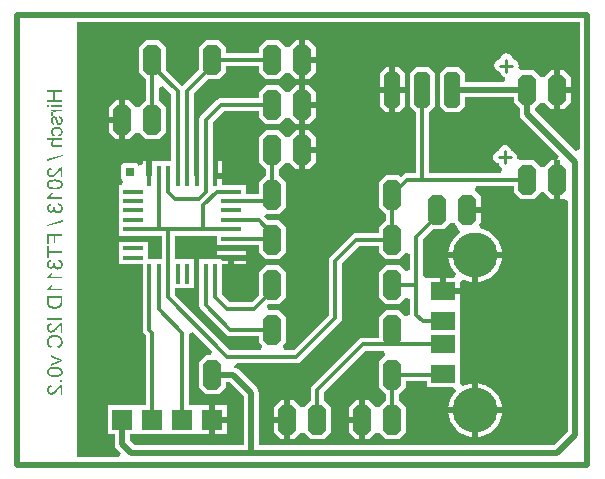
<source format=gbl>
%FSLAX25Y25*%
%MOIN*%
G70*
G01*
G75*
G04 Layer_Physical_Order=2*
G04 Layer_Color=16711680*
%ADD10R,0.06500X0.01400*%
%ADD11R,0.01400X0.06500*%
%ADD12C,0.02000*%
%ADD13C,0.01400*%
%ADD14C,0.01000*%
%ADD15R,0.03000X0.03000*%
G04:AMPARAMS|DCode=16|XSize=60mil|YSize=100mil|CornerRadius=0mil|HoleSize=0mil|Usage=FLASHONLY|Rotation=0.000|XOffset=0mil|YOffset=0mil|HoleType=Round|Shape=Octagon|*
%AMOCTAGOND16*
4,1,8,-0.01500,0.05000,0.01500,0.05000,0.03000,0.03500,0.03000,-0.03500,0.01500,-0.05000,-0.01500,-0.05000,-0.03000,-0.03500,-0.03000,0.03500,-0.01500,0.05000,0.0*
%
%ADD16OCTAGOND16*%

%ADD17R,0.06500X0.06500*%
G04:AMPARAMS|DCode=18|XSize=55mil|YSize=120mil|CornerRadius=0mil|HoleSize=0mil|Usage=FLASHONLY|Rotation=0.000|XOffset=0mil|YOffset=0mil|HoleType=Round|Shape=Octagon|*
%AMOCTAGOND18*
4,1,8,-0.01375,0.06000,0.01375,0.06000,0.02750,0.04625,0.02750,-0.04625,0.01375,-0.06000,-0.01375,-0.06000,-0.02750,-0.04625,-0.02750,0.04625,-0.01375,0.06000,0.0*
%
%ADD18OCTAGOND18*%

%ADD19R,0.08000X0.06000*%
%ADD20C,0.14961*%
G36*
X662736Y555037D02*
X662980Y555023D01*
X663202Y555000D01*
X663409Y554963D01*
X663601Y554926D01*
X663772Y554882D01*
X663927Y554838D01*
X664060Y554793D01*
X664179Y554749D01*
X664282Y554697D01*
X664371Y554660D01*
X664438Y554623D01*
X664497Y554586D01*
X664534Y554564D01*
X664556Y554549D01*
X664563Y554542D01*
X664652Y554460D01*
X664734Y554371D01*
X664808Y554275D01*
X664867Y554179D01*
X664919Y554083D01*
X664963Y553987D01*
X664993Y553890D01*
X665022Y553802D01*
X665044Y553713D01*
X665059Y553631D01*
X665074Y553557D01*
X665081Y553498D01*
X665089Y553446D01*
Y553402D01*
Y553380D01*
Y553372D01*
X665074Y553173D01*
X665044Y552988D01*
X664993Y552832D01*
X664941Y552699D01*
X664889Y552588D01*
X664859Y552551D01*
X664837Y552514D01*
X664822Y552484D01*
X664808Y552462D01*
X664793Y552455D01*
Y552447D01*
X664667Y552314D01*
X664534Y552203D01*
X664386Y552107D01*
X664253Y552033D01*
X664127Y551974D01*
X664075Y551944D01*
X664023Y551929D01*
X663986Y551915D01*
X663957Y551900D01*
X663942Y551892D01*
X663934D01*
X663823Y551855D01*
X663712Y551826D01*
X663476Y551781D01*
X663231Y551744D01*
X662995Y551722D01*
X662891Y551715D01*
X662795Y551707D01*
X662706D01*
X662625Y551700D01*
X662336D01*
X662203Y551707D01*
X662084D01*
X661966Y551715D01*
X661862Y551730D01*
X661759Y551737D01*
X661670Y551744D01*
X661589Y551759D01*
X661515Y551767D01*
X661448Y551781D01*
X661396Y551789D01*
X661352Y551796D01*
X661315Y551804D01*
X661293Y551811D01*
X661278Y551818D01*
X661270D01*
X661108Y551863D01*
X660960Y551915D01*
X660834Y551974D01*
X660723Y552018D01*
X660627Y552070D01*
X660560Y552100D01*
X660523Y552129D01*
X660508Y552137D01*
X660397Y552218D01*
X660301Y552299D01*
X660220Y552388D01*
X660146Y552470D01*
X660094Y552544D01*
X660057Y552603D01*
X660035Y552640D01*
X660027Y552647D01*
Y552655D01*
X659968Y552773D01*
X659931Y552899D01*
X659901Y553017D01*
X659879Y553128D01*
X659864Y553224D01*
X659857Y553306D01*
Y553335D01*
Y553358D01*
Y553365D01*
Y553372D01*
X659872Y553572D01*
X659901Y553757D01*
X659953Y553913D01*
X660005Y554046D01*
X660064Y554157D01*
X660086Y554201D01*
X660116Y554238D01*
X660131Y554268D01*
X660146Y554290D01*
X660160Y554297D01*
Y554305D01*
X660279Y554438D01*
X660419Y554549D01*
X660560Y554645D01*
X660693Y554719D01*
X660819Y554778D01*
X660871Y554808D01*
X660923Y554823D01*
X660960Y554838D01*
X660989Y554852D01*
X661004Y554860D01*
X661011D01*
X661122Y554889D01*
X661233Y554919D01*
X661478Y554963D01*
X661722Y555000D01*
X661951Y555023D01*
X662062Y555030D01*
X662158Y555037D01*
X662247D01*
X662329Y555045D01*
X662477D01*
X662736Y555037D01*
D02*
G37*
G36*
X665000Y555718D02*
X664393D01*
Y558242D01*
X664267Y558153D01*
X664216Y558108D01*
X664164Y558071D01*
X664119Y558034D01*
X664090Y558005D01*
X664068Y557983D01*
X664060Y557975D01*
X664023Y557938D01*
X663986Y557894D01*
X663890Y557790D01*
X663779Y557672D01*
X663668Y557546D01*
X663572Y557428D01*
X663527Y557376D01*
X663483Y557331D01*
X663453Y557294D01*
X663431Y557265D01*
X663416Y557250D01*
X663409Y557243D01*
X663305Y557124D01*
X663209Y557006D01*
X663113Y556902D01*
X663032Y556806D01*
X662950Y556717D01*
X662876Y556643D01*
X662810Y556569D01*
X662750Y556510D01*
X662691Y556451D01*
X662647Y556406D01*
X662610Y556369D01*
X662573Y556332D01*
X662528Y556295D01*
X662514Y556281D01*
X662388Y556177D01*
X662277Y556088D01*
X662166Y556014D01*
X662077Y555955D01*
X661996Y555911D01*
X661936Y555881D01*
X661899Y555866D01*
X661885Y555859D01*
X661774Y555814D01*
X661663Y555785D01*
X661559Y555755D01*
X661470Y555740D01*
X661389Y555733D01*
X661330Y555726D01*
X661278D01*
X661167Y555733D01*
X661063Y555748D01*
X660960Y555763D01*
X660871Y555792D01*
X660693Y555866D01*
X660553Y555940D01*
X660486Y555985D01*
X660434Y556022D01*
X660382Y556059D01*
X660345Y556096D01*
X660316Y556125D01*
X660286Y556140D01*
X660279Y556155D01*
X660271Y556162D01*
X660197Y556244D01*
X660131Y556332D01*
X660079Y556429D01*
X660035Y556525D01*
X659961Y556717D01*
X659909Y556910D01*
X659894Y556991D01*
X659879Y557072D01*
X659872Y557146D01*
X659864Y557206D01*
X659857Y557257D01*
Y557302D01*
Y557324D01*
Y557331D01*
X659864Y557465D01*
X659872Y557590D01*
X659894Y557709D01*
X659916Y557820D01*
X659946Y557923D01*
X659975Y558020D01*
X660012Y558108D01*
X660049Y558190D01*
X660086Y558264D01*
X660123Y558323D01*
X660153Y558375D01*
X660183Y558419D01*
X660205Y558456D01*
X660227Y558478D01*
X660234Y558493D01*
X660242Y558501D01*
X660316Y558575D01*
X660397Y558641D01*
X660486Y558708D01*
X660575Y558760D01*
X660752Y558848D01*
X660930Y558908D01*
X661011Y558930D01*
X661093Y558952D01*
X661159Y558967D01*
X661219Y558982D01*
X661270Y558989D01*
X661307D01*
X661330Y558996D01*
X661337D01*
X661404Y558353D01*
X661233Y558338D01*
X661085Y558308D01*
X660952Y558264D01*
X660849Y558212D01*
X660760Y558168D01*
X660701Y558123D01*
X660664Y558094D01*
X660649Y558079D01*
X660560Y557968D01*
X660493Y557849D01*
X660442Y557724D01*
X660412Y557613D01*
X660390Y557509D01*
X660382Y557420D01*
X660375Y557391D01*
Y557368D01*
Y557354D01*
Y557346D01*
X660382Y557191D01*
X660412Y557050D01*
X660456Y556932D01*
X660501Y556828D01*
X660553Y556747D01*
X660590Y556695D01*
X660619Y556658D01*
X660634Y556643D01*
X660738Y556554D01*
X660841Y556488D01*
X660945Y556436D01*
X661048Y556406D01*
X661130Y556384D01*
X661204Y556377D01*
X661248Y556369D01*
X661263D01*
X661396Y556384D01*
X661537Y556414D01*
X661663Y556466D01*
X661781Y556517D01*
X661877Y556577D01*
X661959Y556628D01*
X661988Y556643D01*
X662010Y556658D01*
X662018Y556673D01*
X662025D01*
X662107Y556732D01*
X662188Y556806D01*
X662277Y556887D01*
X662366Y556976D01*
X662543Y557161D01*
X662721Y557346D01*
X662802Y557442D01*
X662876Y557524D01*
X662943Y557605D01*
X663002Y557672D01*
X663046Y557724D01*
X663083Y557768D01*
X663106Y557798D01*
X663113Y557805D01*
X663268Y557990D01*
X663416Y558160D01*
X663550Y558301D01*
X663661Y558412D01*
X663757Y558508D01*
X663823Y558575D01*
X663868Y558612D01*
X663875Y558626D01*
X663883D01*
X664008Y558730D01*
X664127Y558811D01*
X664245Y558885D01*
X664349Y558945D01*
X664438Y558989D01*
X664504Y559019D01*
X664549Y559033D01*
X664556Y559041D01*
X664563D01*
X664645Y559070D01*
X664719Y559085D01*
X664793Y559100D01*
X664859Y559107D01*
X664919Y559115D01*
X665000D01*
Y555718D01*
D02*
G37*
G36*
X665089Y562800D02*
X659790Y561313D01*
Y561816D01*
X665089Y563303D01*
Y562800D01*
D02*
G37*
G36*
X661707Y550472D02*
X661655Y550361D01*
X661603Y550250D01*
X661552Y550146D01*
X661507Y550057D01*
X661470Y549983D01*
X661441Y549939D01*
X661433Y549931D01*
Y549924D01*
X661352Y549791D01*
X661270Y549672D01*
X661196Y549569D01*
X661130Y549487D01*
X661078Y549413D01*
X661034Y549369D01*
X661004Y549332D01*
X660997Y549325D01*
X665000D01*
Y548696D01*
X659857D01*
Y549103D01*
X659983Y549177D01*
X660101Y549258D01*
X660220Y549354D01*
X660323Y549443D01*
X660412Y549532D01*
X660486Y549598D01*
X660508Y549628D01*
X660530Y549650D01*
X660538Y549658D01*
X660545Y549665D01*
X660671Y549820D01*
X660789Y549976D01*
X660893Y550124D01*
X660974Y550272D01*
X661048Y550398D01*
X661078Y550449D01*
X661100Y550494D01*
X661122Y550531D01*
X661130Y550560D01*
X661145Y550575D01*
Y550583D01*
X661751D01*
X661707Y550472D01*
D02*
G37*
G36*
X665000Y536160D02*
X662676D01*
Y533755D01*
X662070D01*
Y536160D01*
X660486D01*
Y533378D01*
X659879D01*
Y536841D01*
X665000D01*
Y536160D01*
D02*
G37*
G36*
X665089Y540903D02*
X659790Y539416D01*
Y539919D01*
X665089Y541407D01*
Y540903D01*
D02*
G37*
G36*
X663764Y547060D02*
X663875Y547038D01*
X664082Y546971D01*
X664260Y546890D01*
X664334Y546846D01*
X664408Y546801D01*
X664475Y546757D01*
X664526Y546712D01*
X664578Y546675D01*
X664615Y546638D01*
X664645Y546616D01*
X664667Y546594D01*
X664682Y546579D01*
X664689Y546572D01*
X664756Y546483D01*
X664822Y546394D01*
X664874Y546305D01*
X664919Y546209D01*
X664993Y546024D01*
X665037Y545847D01*
X665052Y545765D01*
X665067Y545691D01*
X665074Y545625D01*
X665081Y545565D01*
X665089Y545521D01*
Y545484D01*
Y545462D01*
Y545454D01*
X665081Y545314D01*
X665067Y545188D01*
X665044Y545062D01*
X665015Y544944D01*
X664978Y544833D01*
X664941Y544737D01*
X664896Y544640D01*
X664852Y544559D01*
X664815Y544478D01*
X664771Y544411D01*
X664734Y544352D01*
X664697Y544307D01*
X664667Y544270D01*
X664645Y544241D01*
X664630Y544226D01*
X664623Y544219D01*
X664534Y544130D01*
X664438Y544056D01*
X664341Y543989D01*
X664245Y543930D01*
X664156Y543886D01*
X664060Y543841D01*
X663883Y543782D01*
X663801Y543767D01*
X663727Y543752D01*
X663661Y543738D01*
X663601Y543730D01*
X663557Y543723D01*
X663490D01*
X663313Y543730D01*
X663150Y543760D01*
X663009Y543804D01*
X662891Y543849D01*
X662795Y543893D01*
X662721Y543937D01*
X662676Y543967D01*
X662662Y543974D01*
X662551Y544078D01*
X662454Y544189D01*
X662380Y544307D01*
X662321Y544426D01*
X662277Y544529D01*
X662247Y544611D01*
X662240Y544640D01*
X662232Y544663D01*
X662225Y544677D01*
Y544685D01*
X662158Y544559D01*
X662092Y544455D01*
X662018Y544367D01*
X661951Y544293D01*
X661892Y544233D01*
X661840Y544189D01*
X661811Y544167D01*
X661796Y544159D01*
X661692Y544100D01*
X661589Y544056D01*
X661485Y544019D01*
X661389Y543997D01*
X661307Y543982D01*
X661248Y543974D01*
X661189D01*
X661063Y543982D01*
X660937Y544004D01*
X660826Y544034D01*
X660730Y544071D01*
X660649Y544108D01*
X660582Y544137D01*
X660545Y544159D01*
X660530Y544167D01*
X660419Y544241D01*
X660323Y544330D01*
X660242Y544418D01*
X660168Y544507D01*
X660116Y544581D01*
X660072Y544648D01*
X660049Y544692D01*
X660042Y544700D01*
Y544707D01*
X659983Y544840D01*
X659938Y544973D01*
X659901Y545107D01*
X659879Y545225D01*
X659864Y545321D01*
X659857Y545403D01*
Y545432D01*
Y545454D01*
Y545469D01*
Y545477D01*
Y545588D01*
X659872Y545691D01*
X659909Y545891D01*
X659968Y546061D01*
X660027Y546209D01*
X660064Y546276D01*
X660094Y546328D01*
X660123Y546379D01*
X660153Y546416D01*
X660175Y546446D01*
X660190Y546468D01*
X660197Y546483D01*
X660205Y546490D01*
X660345Y546631D01*
X660501Y546742D01*
X660664Y546831D01*
X660826Y546905D01*
X660967Y546949D01*
X661026Y546971D01*
X661078Y546986D01*
X661122Y546994D01*
X661152Y547001D01*
X661174Y547008D01*
X661182D01*
X661293Y546379D01*
X661130Y546350D01*
X660989Y546305D01*
X660871Y546254D01*
X660775Y546202D01*
X660701Y546150D01*
X660649Y546106D01*
X660612Y546076D01*
X660604Y546069D01*
X660530Y545972D01*
X660471Y545869D01*
X660434Y545773D01*
X660405Y545676D01*
X660390Y545588D01*
X660375Y545521D01*
Y545477D01*
Y545469D01*
Y545462D01*
X660382Y545329D01*
X660412Y545210D01*
X660449Y545107D01*
X660486Y545018D01*
X660530Y544951D01*
X660567Y544899D01*
X660597Y544862D01*
X660604Y544855D01*
X660693Y544774D01*
X660789Y544714D01*
X660886Y544677D01*
X660974Y544648D01*
X661056Y544633D01*
X661115Y544618D01*
X661256D01*
X661330Y544633D01*
X661455Y544670D01*
X661566Y544722D01*
X661663Y544781D01*
X661729Y544840D01*
X661781Y544892D01*
X661811Y544929D01*
X661818Y544936D01*
Y544944D01*
X661885Y545070D01*
X661936Y545188D01*
X661973Y545314D01*
X661996Y545425D01*
X662010Y545521D01*
X662025Y545602D01*
Y545632D01*
Y545654D01*
Y545662D01*
Y545669D01*
Y545699D01*
X662018Y545728D01*
Y545758D01*
Y545765D01*
X662573Y545839D01*
X662551Y545743D01*
X662536Y545654D01*
X662521Y545580D01*
X662514Y545514D01*
X662506Y545462D01*
Y545425D01*
Y545403D01*
Y545395D01*
X662521Y545240D01*
X662551Y545099D01*
X662595Y544973D01*
X662647Y544870D01*
X662699Y544788D01*
X662743Y544729D01*
X662773Y544692D01*
X662787Y544677D01*
X662898Y544581D01*
X663017Y544507D01*
X663135Y544455D01*
X663254Y544426D01*
X663350Y544404D01*
X663431Y544396D01*
X663461Y544389D01*
X663505D01*
X663668Y544404D01*
X663816Y544441D01*
X663942Y544485D01*
X664053Y544544D01*
X664142Y544603D01*
X664208Y544648D01*
X664253Y544685D01*
X664267Y544700D01*
X664371Y544818D01*
X664445Y544944D01*
X664497Y545070D01*
X664534Y545188D01*
X664556Y545292D01*
X664563Y545373D01*
X664571Y545403D01*
Y545425D01*
Y545440D01*
Y545447D01*
X664563Y545580D01*
X664534Y545706D01*
X664497Y545817D01*
X664452Y545906D01*
X664415Y545980D01*
X664378Y546039D01*
X664349Y546069D01*
X664341Y546083D01*
X664238Y546172D01*
X664119Y546246D01*
X663994Y546313D01*
X663860Y546365D01*
X663749Y546402D01*
X663698Y546416D01*
X663653Y546424D01*
X663616Y546431D01*
X663587Y546439D01*
X663572Y546446D01*
X663564D01*
X663646Y547075D01*
X663764Y547060D01*
D02*
G37*
G36*
X665000Y568172D02*
X662972D01*
X662817Y568165D01*
X662684Y568158D01*
X662565Y568143D01*
X662469Y568121D01*
X662395Y568098D01*
X662336Y568084D01*
X662306Y568076D01*
X662292Y568069D01*
X662203Y568024D01*
X662121Y567973D01*
X662055Y567913D01*
X661996Y567854D01*
X661951Y567802D01*
X661922Y567758D01*
X661899Y567728D01*
X661892Y567721D01*
X661840Y567625D01*
X661803Y567536D01*
X661781Y567447D01*
X661759Y567373D01*
X661751Y567299D01*
X661744Y567247D01*
Y567218D01*
Y567203D01*
X661751Y567070D01*
X661781Y566951D01*
X661811Y566855D01*
X661855Y566774D01*
X661892Y566707D01*
X661929Y566663D01*
X661959Y566633D01*
X661966Y566626D01*
X662055Y566559D01*
X662166Y566507D01*
X662277Y566470D01*
X662388Y566441D01*
X662491Y566426D01*
X662573Y566419D01*
X665000D01*
Y565790D01*
X662654D01*
X662462Y565797D01*
X662292Y565812D01*
X662151Y565834D01*
X662033Y565856D01*
X661936Y565878D01*
X661870Y565901D01*
X661833Y565915D01*
X661818Y565923D01*
X661714Y565982D01*
X661626Y566049D01*
X661552Y566123D01*
X661485Y566189D01*
X661433Y566256D01*
X661396Y566308D01*
X661374Y566345D01*
X661367Y566359D01*
X661315Y566478D01*
X661270Y566596D01*
X661241Y566715D01*
X661226Y566826D01*
X661211Y566922D01*
X661204Y567003D01*
Y567033D01*
Y567055D01*
Y567062D01*
Y567070D01*
X661211Y567188D01*
X661226Y567307D01*
X661248Y567418D01*
X661285Y567521D01*
X661367Y567714D01*
X661411Y567795D01*
X661455Y567869D01*
X661507Y567936D01*
X661552Y568002D01*
X661596Y568054D01*
X661633Y568091D01*
X661670Y568128D01*
X661692Y568150D01*
X661707Y568165D01*
X661714Y568172D01*
X659879D01*
Y568801D01*
X665000D01*
Y568172D01*
D02*
G37*
G36*
X660597Y579309D02*
X659879D01*
Y579938D01*
X660597D01*
Y579309D01*
D02*
G37*
G36*
X665000D02*
X661285D01*
Y579938D01*
X665000D01*
Y579309D01*
D02*
G37*
G36*
Y584319D02*
X662588D01*
Y581670D01*
X665000D01*
Y580989D01*
X659879D01*
Y581670D01*
X661981D01*
Y584319D01*
X659879D01*
Y585000D01*
X665000D01*
Y584319D01*
D02*
G37*
G36*
Y577726D02*
X663061D01*
X662913Y577718D01*
X662780Y577711D01*
X662654Y577696D01*
X662543Y577674D01*
X662454Y577652D01*
X662388Y577637D01*
X662343Y577630D01*
X662329Y577622D01*
X662247Y577593D01*
X662181Y577556D01*
X662121Y577519D01*
X662070Y577482D01*
X662033Y577445D01*
X662003Y577422D01*
X661988Y577400D01*
X661981Y577393D01*
X661936Y577334D01*
X661907Y577267D01*
X661885Y577200D01*
X661870Y577149D01*
X661862Y577097D01*
X661855Y577060D01*
Y577030D01*
Y577023D01*
X661862Y576941D01*
X661877Y576860D01*
X661899Y576779D01*
X661922Y576712D01*
X661944Y576653D01*
X661966Y576608D01*
X661981Y576579D01*
X661988Y576571D01*
X661411Y576342D01*
X661344Y576468D01*
X661293Y576586D01*
X661256Y576690D01*
X661226Y576786D01*
X661211Y576867D01*
X661204Y576934D01*
Y576971D01*
Y576986D01*
X661211Y577067D01*
X661226Y577141D01*
X661248Y577215D01*
X661270Y577274D01*
X661293Y577319D01*
X661315Y577363D01*
X661330Y577385D01*
X661337Y577393D01*
X661396Y577459D01*
X661470Y577526D01*
X661559Y577593D01*
X661640Y577652D01*
X661722Y577711D01*
X661788Y577748D01*
X661840Y577778D01*
X661848Y577785D01*
X661285D01*
Y578355D01*
X665000D01*
Y577726D01*
D02*
G37*
G36*
X663328Y572561D02*
X663483Y572546D01*
X663638Y572524D01*
X663772Y572494D01*
X663905Y572464D01*
X664016Y572420D01*
X664127Y572383D01*
X664223Y572339D01*
X664304Y572294D01*
X664378Y572257D01*
X664445Y572213D01*
X664497Y572183D01*
X664534Y572154D01*
X664563Y572131D01*
X664578Y572117D01*
X664586Y572109D01*
X664674Y572020D01*
X664748Y571924D01*
X664815Y571828D01*
X664874Y571724D01*
X664919Y571621D01*
X664963Y571525D01*
X665022Y571325D01*
X665037Y571236D01*
X665052Y571155D01*
X665067Y571081D01*
X665074Y571014D01*
X665081Y570962D01*
Y570925D01*
Y570896D01*
Y570888D01*
X665074Y570777D01*
X665067Y570666D01*
X665022Y570474D01*
X664970Y570296D01*
X664904Y570148D01*
X664867Y570089D01*
X664837Y570030D01*
X664808Y569978D01*
X664778Y569941D01*
X664756Y569911D01*
X664741Y569889D01*
X664734Y569874D01*
X664726Y569867D01*
X664652Y569793D01*
X664578Y569726D01*
X664415Y569608D01*
X664245Y569512D01*
X664090Y569445D01*
X663942Y569393D01*
X663883Y569379D01*
X663823Y569364D01*
X663779Y569356D01*
X663749Y569349D01*
X663727Y569342D01*
X663720D01*
X663638Y569963D01*
X663801Y569993D01*
X663949Y570037D01*
X664068Y570096D01*
X664164Y570148D01*
X664245Y570200D01*
X664297Y570244D01*
X664334Y570267D01*
X664341Y570281D01*
X664415Y570378D01*
X664467Y570481D01*
X664512Y570585D01*
X664534Y570681D01*
X664549Y570762D01*
X664556Y570836D01*
X664563Y570881D01*
Y570888D01*
Y570896D01*
X664556Y570977D01*
X664549Y571058D01*
X664512Y571206D01*
X664460Y571332D01*
X664393Y571443D01*
X664334Y571525D01*
X664282Y571591D01*
X664245Y571628D01*
X664230Y571643D01*
X664164Y571695D01*
X664082Y571739D01*
X663920Y571806D01*
X663735Y571858D01*
X663557Y571887D01*
X663394Y571909D01*
X663328Y571917D01*
X663261D01*
X663217Y571924D01*
X663009D01*
X662884Y571909D01*
X662765Y571895D01*
X662662Y571880D01*
X662565Y571858D01*
X662477Y571828D01*
X662395Y571806D01*
X662321Y571776D01*
X662262Y571747D01*
X662210Y571724D01*
X662166Y571695D01*
X662129Y571673D01*
X662099Y571658D01*
X662077Y571643D01*
X662070Y571628D01*
X662062D01*
X662003Y571569D01*
X661951Y571510D01*
X661862Y571384D01*
X661803Y571251D01*
X661766Y571132D01*
X661737Y571021D01*
X661729Y570940D01*
X661722Y570903D01*
Y570881D01*
Y570866D01*
Y570859D01*
X661729Y570748D01*
X661751Y570644D01*
X661781Y570555D01*
X661818Y570474D01*
X661855Y570415D01*
X661885Y570363D01*
X661907Y570333D01*
X661914Y570326D01*
X661988Y570252D01*
X662077Y570185D01*
X662173Y570126D01*
X662262Y570089D01*
X662343Y570052D01*
X662410Y570030D01*
X662454Y570022D01*
X662462Y570015D01*
X662469D01*
X662373Y569401D01*
X662173Y569453D01*
X662003Y569527D01*
X661855Y569608D01*
X661737Y569689D01*
X661640Y569771D01*
X661574Y569837D01*
X661529Y569882D01*
X661515Y569889D01*
Y569897D01*
X661411Y570052D01*
X661337Y570215D01*
X661278Y570378D01*
X661241Y570533D01*
X661219Y570674D01*
X661211Y570733D01*
Y570777D01*
X661204Y570822D01*
Y570851D01*
Y570873D01*
Y570881D01*
X661211Y571058D01*
X661241Y571221D01*
X661278Y571377D01*
X661315Y571502D01*
X661359Y571613D01*
X661381Y571658D01*
X661396Y571695D01*
X661411Y571724D01*
X661426Y571747D01*
X661433Y571761D01*
Y571769D01*
X661522Y571909D01*
X661633Y572035D01*
X661744Y572139D01*
X661855Y572228D01*
X661951Y572294D01*
X662033Y572339D01*
X662062Y572353D01*
X662084Y572368D01*
X662099Y572376D01*
X662107D01*
X662284Y572442D01*
X662462Y572487D01*
X662639Y572524D01*
X662802Y572546D01*
X662876Y572553D01*
X662943Y572561D01*
X663002D01*
X663054Y572568D01*
X663157D01*
X663328Y572561D01*
D02*
G37*
G36*
X714942Y497886D02*
X714368Y496500D01*
X712750D01*
X710500Y494250D01*
Y485750D01*
X712750Y483500D01*
X717250D01*
X719500Y485750D01*
Y487451D01*
X720944D01*
X725451Y482944D01*
Y466549D01*
X689056D01*
X687549Y468056D01*
Y470250D01*
X689750D01*
Y470250D01*
X689750D01*
X689750Y470250D01*
X690250D01*
Y470250D01*
X699750D01*
Y470250D01*
X699750D01*
X699750Y470250D01*
X700250D01*
Y470250D01*
X709750D01*
X709750Y470250D01*
Y470250D01*
X709750D01*
X710250D01*
X710811Y470250D01*
X710811Y470250D01*
X710811Y470250D01*
X714000D01*
Y474999D01*
Y479750D01*
X710811D01*
X710811Y479750D01*
X710811Y479750D01*
X710250Y479750D01*
X710000D01*
X709750D01*
X709189Y479750D01*
X709189Y479750D01*
X709189Y479750D01*
X707243D01*
Y503625D01*
X708629Y504199D01*
X714942Y497886D01*
D02*
G37*
G36*
X664097Y576164D02*
X664282Y576098D01*
X664430Y576016D01*
X664556Y575935D01*
X664660Y575861D01*
X664726Y575794D01*
X664771Y575750D01*
X664778Y575743D01*
X664785Y575735D01*
X664837Y575661D01*
X664882Y575580D01*
X664956Y575402D01*
X665007Y575217D01*
X665044Y575040D01*
X665059Y574958D01*
X665067Y574884D01*
X665074Y574810D01*
Y574751D01*
X665081Y574699D01*
Y574662D01*
Y574640D01*
Y574633D01*
X665074Y574470D01*
X665059Y574329D01*
X665037Y574196D01*
X665007Y574078D01*
X664978Y573981D01*
X664956Y573907D01*
X664941Y573863D01*
X664933Y573856D01*
Y573848D01*
X664867Y573722D01*
X664800Y573619D01*
X664726Y573530D01*
X664660Y573449D01*
X664600Y573389D01*
X664549Y573352D01*
X664519Y573323D01*
X664504Y573315D01*
X664401Y573256D01*
X664290Y573212D01*
X664193Y573175D01*
X664105Y573153D01*
X664023Y573138D01*
X663964Y573130D01*
X663912D01*
X663794Y573138D01*
X663690Y573153D01*
X663601Y573182D01*
X663520Y573204D01*
X663453Y573234D01*
X663409Y573264D01*
X663379Y573278D01*
X663372Y573286D01*
X663298Y573345D01*
X663231Y573412D01*
X663172Y573478D01*
X663128Y573545D01*
X663091Y573611D01*
X663069Y573656D01*
X663054Y573685D01*
X663046Y573700D01*
X663024Y573752D01*
X663002Y573811D01*
X662950Y573952D01*
X662898Y574107D01*
X662854Y574263D01*
X662810Y574403D01*
X662795Y574470D01*
X662780Y574522D01*
X662765Y574566D01*
X662758Y574603D01*
X662750Y574625D01*
Y574633D01*
X662728Y574714D01*
X662706Y574788D01*
X662691Y574855D01*
X662669Y574914D01*
X662647Y575010D01*
X662625Y575084D01*
X662602Y575136D01*
X662595Y575165D01*
X662588Y575180D01*
Y575188D01*
X662558Y575247D01*
X662536Y575299D01*
X662506Y575343D01*
X662484Y575373D01*
X662462Y575402D01*
X662440Y575417D01*
X662432Y575424D01*
X662425Y575432D01*
X662351Y575476D01*
X662277Y575498D01*
X662247D01*
X662225Y575506D01*
X662203D01*
X662136Y575498D01*
X662070Y575476D01*
X662010Y575447D01*
X661966Y575410D01*
X661922Y575380D01*
X661892Y575350D01*
X661877Y575328D01*
X661870Y575321D01*
X661818Y575239D01*
X661781Y575143D01*
X661759Y575040D01*
X661737Y574943D01*
X661729Y574847D01*
X661722Y574773D01*
Y574744D01*
Y574721D01*
Y574707D01*
Y574699D01*
X661729Y574573D01*
X661744Y574455D01*
X661774Y574359D01*
X661803Y574285D01*
X661833Y574218D01*
X661862Y574174D01*
X661877Y574144D01*
X661885Y574137D01*
X661951Y574063D01*
X662025Y574011D01*
X662099Y573967D01*
X662166Y573930D01*
X662232Y573907D01*
X662284Y573893D01*
X662314Y573885D01*
X662329D01*
X662247Y573271D01*
X662121Y573301D01*
X662010Y573330D01*
X661914Y573367D01*
X661825Y573404D01*
X661766Y573441D01*
X661714Y573471D01*
X661685Y573486D01*
X661677Y573493D01*
X661603Y573560D01*
X661537Y573634D01*
X661478Y573715D01*
X661426Y573796D01*
X661389Y573870D01*
X661359Y573930D01*
X661344Y573967D01*
X661337Y573974D01*
Y573981D01*
X661293Y574107D01*
X661263Y574240D01*
X661233Y574366D01*
X661219Y574485D01*
X661211Y574596D01*
X661204Y574677D01*
Y574707D01*
Y574729D01*
Y574744D01*
Y574751D01*
Y574855D01*
X661219Y574958D01*
X661226Y575047D01*
X661241Y575128D01*
X661256Y575195D01*
X661270Y575247D01*
X661278Y575276D01*
X661285Y575291D01*
X661315Y575380D01*
X661344Y575461D01*
X661374Y575528D01*
X661404Y575587D01*
X661426Y575632D01*
X661448Y575661D01*
X661455Y575683D01*
X661463Y575691D01*
X661515Y575765D01*
X661574Y575824D01*
X661640Y575876D01*
X661692Y575920D01*
X661744Y575957D01*
X661781Y575979D01*
X661811Y575994D01*
X661818Y576002D01*
X661899Y576039D01*
X661973Y576068D01*
X662055Y576083D01*
X662121Y576098D01*
X662188Y576105D01*
X662232Y576113D01*
X662277D01*
X662380Y576105D01*
X662469Y576090D01*
X662558Y576068D01*
X662632Y576046D01*
X662691Y576024D01*
X662743Y576002D01*
X662773Y575987D01*
X662780Y575979D01*
X662861Y575920D01*
X662928Y575854D01*
X662987Y575787D01*
X663039Y575720D01*
X663076Y575661D01*
X663106Y575617D01*
X663120Y575587D01*
X663128Y575572D01*
X663150Y575521D01*
X663180Y575454D01*
X663231Y575306D01*
X663276Y575151D01*
X663328Y574988D01*
X663365Y574847D01*
X663387Y574781D01*
X663402Y574721D01*
X663416Y574677D01*
X663424Y574640D01*
X663431Y574618D01*
Y574610D01*
X663453Y574514D01*
X663476Y574433D01*
X663498Y574359D01*
X663520Y574292D01*
X663535Y574233D01*
X663557Y574181D01*
X663587Y574092D01*
X663609Y574033D01*
X663631Y573996D01*
X663638Y573974D01*
X663646Y573967D01*
X663690Y573900D01*
X663749Y573856D01*
X663801Y573819D01*
X663853Y573796D01*
X663905Y573782D01*
X663942Y573774D01*
X663979D01*
X664068Y573782D01*
X664142Y573804D01*
X664216Y573841D01*
X664275Y573878D01*
X664327Y573922D01*
X664364Y573952D01*
X664386Y573981D01*
X664393Y573989D01*
X664452Y574078D01*
X664489Y574174D01*
X664519Y574285D01*
X664541Y574388D01*
X664556Y574485D01*
X664563Y574559D01*
Y574588D01*
Y574610D01*
Y574625D01*
Y574633D01*
X664556Y574788D01*
X664534Y574921D01*
X664504Y575032D01*
X664467Y575128D01*
X664430Y575202D01*
X664401Y575262D01*
X664378Y575291D01*
X664371Y575306D01*
X664290Y575387D01*
X664193Y575454D01*
X664097Y575498D01*
X664008Y575535D01*
X663927Y575565D01*
X663853Y575580D01*
X663809Y575595D01*
X663794D01*
X663890Y576216D01*
X664097Y576164D01*
D02*
G37*
G36*
X662669Y503237D02*
X662928Y503208D01*
X663157Y503171D01*
X663268Y503141D01*
X663365Y503119D01*
X663453Y503097D01*
X663535Y503067D01*
X663609Y503045D01*
X663668Y503030D01*
X663712Y503008D01*
X663749Y503001D01*
X663772Y502986D01*
X663779D01*
X664001Y502875D01*
X664201Y502749D01*
X664371Y502616D01*
X664438Y502549D01*
X664504Y502490D01*
X664563Y502431D01*
X664615Y502372D01*
X664660Y502320D01*
X664689Y502275D01*
X664719Y502246D01*
X664741Y502216D01*
X664748Y502201D01*
X664756Y502194D01*
X664815Y502090D01*
X664867Y501987D01*
X664948Y501765D01*
X665007Y501543D01*
X665044Y501328D01*
X665059Y501225D01*
X665074Y501136D01*
X665081Y501054D01*
Y500988D01*
X665089Y500929D01*
Y500884D01*
Y500855D01*
Y500847D01*
X665081Y500699D01*
X665067Y500559D01*
X665052Y500425D01*
X665022Y500300D01*
X664985Y500181D01*
X664948Y500070D01*
X664911Y499967D01*
X664867Y499870D01*
X664830Y499789D01*
X664793Y499708D01*
X664756Y499648D01*
X664719Y499589D01*
X664689Y499552D01*
X664674Y499515D01*
X664660Y499500D01*
X664652Y499493D01*
X664563Y499389D01*
X664475Y499301D01*
X664371Y499219D01*
X664267Y499138D01*
X664060Y499005D01*
X663853Y498901D01*
X663757Y498857D01*
X663668Y498820D01*
X663587Y498790D01*
X663520Y498768D01*
X663461Y498746D01*
X663416Y498731D01*
X663387Y498723D01*
X663379D01*
X663209Y499404D01*
X663328Y499434D01*
X663439Y499471D01*
X663542Y499508D01*
X663638Y499545D01*
X663727Y499589D01*
X663801Y499634D01*
X663875Y499685D01*
X663942Y499730D01*
X664001Y499767D01*
X664045Y499811D01*
X664090Y499848D01*
X664127Y499878D01*
X664149Y499907D01*
X664171Y499930D01*
X664179Y499937D01*
X664186Y499944D01*
X664245Y500018D01*
X664290Y500100D01*
X664371Y500263D01*
X664430Y500418D01*
X664467Y500573D01*
X664497Y500707D01*
X664504Y500758D01*
Y500810D01*
X664512Y500855D01*
Y500884D01*
Y500899D01*
Y500906D01*
X664504Y501077D01*
X664475Y501239D01*
X664438Y501387D01*
X664393Y501521D01*
X664349Y501624D01*
X664327Y501669D01*
X664312Y501706D01*
X664297Y501735D01*
X664282Y501757D01*
X664275Y501772D01*
Y501780D01*
X664171Y501920D01*
X664060Y502039D01*
X663934Y502142D01*
X663816Y502224D01*
X663712Y502290D01*
X663624Y502335D01*
X663587Y502349D01*
X663564Y502364D01*
X663550Y502372D01*
X663542D01*
X663350Y502431D01*
X663157Y502475D01*
X662965Y502512D01*
X662787Y502534D01*
X662706Y502542D01*
X662632Y502549D01*
X662565D01*
X662514Y502557D01*
X662403D01*
X662210Y502549D01*
X662033Y502534D01*
X661870Y502505D01*
X661722Y502475D01*
X661596Y502453D01*
X661544Y502438D01*
X661500Y502423D01*
X661463Y502416D01*
X661441Y502409D01*
X661426Y502401D01*
X661418D01*
X661248Y502327D01*
X661093Y502246D01*
X660967Y502157D01*
X660856Y502061D01*
X660767Y501979D01*
X660708Y501913D01*
X660671Y501861D01*
X660656Y501854D01*
Y501846D01*
X660560Y501691D01*
X660486Y501521D01*
X660434Y501358D01*
X660405Y501202D01*
X660382Y501062D01*
X660375Y501003D01*
Y500951D01*
X660368Y500914D01*
Y500884D01*
Y500862D01*
Y500855D01*
X660375Y500670D01*
X660405Y500499D01*
X660449Y500359D01*
X660493Y500233D01*
X660545Y500137D01*
X660582Y500063D01*
X660612Y500018D01*
X660627Y500004D01*
X660738Y499885D01*
X660863Y499774D01*
X660997Y499685D01*
X661130Y499611D01*
X661248Y499552D01*
X661307Y499530D01*
X661352Y499515D01*
X661389Y499500D01*
X661418Y499486D01*
X661433Y499478D01*
X661441D01*
X661285Y498812D01*
X661152Y498857D01*
X661034Y498901D01*
X660923Y498960D01*
X660812Y499012D01*
X660715Y499071D01*
X660627Y499138D01*
X660538Y499197D01*
X660464Y499256D01*
X660405Y499315D01*
X660345Y499367D01*
X660294Y499419D01*
X660257Y499456D01*
X660220Y499493D01*
X660197Y499523D01*
X660190Y499537D01*
X660183Y499545D01*
X660116Y499648D01*
X660049Y499752D01*
X659998Y499856D01*
X659953Y499967D01*
X659887Y500189D01*
X659842Y500388D01*
X659820Y500485D01*
X659813Y500566D01*
X659805Y500647D01*
X659798Y500714D01*
X659790Y500766D01*
Y500803D01*
Y500832D01*
Y500840D01*
X659805Y501084D01*
X659842Y501321D01*
X659887Y501528D01*
X659916Y501624D01*
X659946Y501713D01*
X659975Y501794D01*
X660005Y501868D01*
X660027Y501928D01*
X660049Y501987D01*
X660072Y502024D01*
X660086Y502053D01*
X660094Y502076D01*
X660101Y502083D01*
X660227Y502283D01*
X660375Y502453D01*
X660523Y502601D01*
X660671Y502727D01*
X660804Y502823D01*
X660863Y502860D01*
X660915Y502890D01*
X660952Y502919D01*
X660982Y502934D01*
X661004Y502941D01*
X661011Y502949D01*
X661241Y503052D01*
X661478Y503126D01*
X661714Y503178D01*
X661929Y503215D01*
X662025Y503230D01*
X662121Y503237D01*
X662195Y503245D01*
X662269D01*
X662321Y503252D01*
X662403D01*
X662669Y503237D01*
D02*
G37*
G36*
X665000Y503985D02*
X664393D01*
Y506508D01*
X664267Y506419D01*
X664216Y506375D01*
X664164Y506338D01*
X664119Y506301D01*
X664090Y506271D01*
X664068Y506249D01*
X664060Y506242D01*
X664023Y506205D01*
X663986Y506160D01*
X663890Y506057D01*
X663779Y505938D01*
X663668Y505813D01*
X663572Y505694D01*
X663527Y505642D01*
X663483Y505598D01*
X663453Y505561D01*
X663431Y505531D01*
X663416Y505517D01*
X663409Y505509D01*
X663305Y505391D01*
X663209Y505272D01*
X663113Y505169D01*
X663032Y505073D01*
X662950Y504984D01*
X662876Y504910D01*
X662810Y504836D01*
X662750Y504777D01*
X662691Y504717D01*
X662647Y504673D01*
X662610Y504636D01*
X662573Y504599D01*
X662528Y504562D01*
X662514Y504547D01*
X662388Y504444D01*
X662277Y504355D01*
X662166Y504281D01*
X662077Y504222D01*
X661996Y504177D01*
X661936Y504148D01*
X661899Y504133D01*
X661885Y504125D01*
X661774Y504081D01*
X661663Y504051D01*
X661559Y504022D01*
X661470Y504007D01*
X661389Y504000D01*
X661330Y503992D01*
X661278D01*
X661167Y504000D01*
X661063Y504014D01*
X660960Y504029D01*
X660871Y504059D01*
X660693Y504133D01*
X660553Y504207D01*
X660486Y504251D01*
X660434Y504288D01*
X660382Y504325D01*
X660345Y504362D01*
X660316Y504392D01*
X660286Y504407D01*
X660279Y504421D01*
X660271Y504429D01*
X660197Y504510D01*
X660131Y504599D01*
X660079Y504695D01*
X660035Y504791D01*
X659961Y504984D01*
X659909Y505176D01*
X659894Y505258D01*
X659879Y505339D01*
X659872Y505413D01*
X659864Y505472D01*
X659857Y505524D01*
Y505568D01*
Y505591D01*
Y505598D01*
X659864Y505731D01*
X659872Y505857D01*
X659894Y505975D01*
X659916Y506086D01*
X659946Y506190D01*
X659975Y506286D01*
X660012Y506375D01*
X660049Y506456D01*
X660086Y506530D01*
X660123Y506590D01*
X660153Y506641D01*
X660183Y506686D01*
X660205Y506723D01*
X660227Y506745D01*
X660234Y506760D01*
X660242Y506767D01*
X660316Y506841D01*
X660397Y506908D01*
X660486Y506974D01*
X660575Y507026D01*
X660752Y507115D01*
X660930Y507174D01*
X661011Y507196D01*
X661093Y507219D01*
X661159Y507233D01*
X661219Y507248D01*
X661270Y507256D01*
X661307D01*
X661330Y507263D01*
X661337D01*
X661404Y506619D01*
X661233Y506604D01*
X661085Y506575D01*
X660952Y506530D01*
X660849Y506479D01*
X660760Y506434D01*
X660701Y506390D01*
X660664Y506360D01*
X660649Y506345D01*
X660560Y506234D01*
X660493Y506116D01*
X660442Y505990D01*
X660412Y505879D01*
X660390Y505776D01*
X660382Y505687D01*
X660375Y505657D01*
Y505635D01*
Y505620D01*
Y505613D01*
X660382Y505457D01*
X660412Y505317D01*
X660456Y505198D01*
X660501Y505095D01*
X660553Y505013D01*
X660590Y504962D01*
X660619Y504925D01*
X660634Y504910D01*
X660738Y504821D01*
X660841Y504754D01*
X660945Y504703D01*
X661048Y504673D01*
X661130Y504651D01*
X661204Y504643D01*
X661248Y504636D01*
X661263D01*
X661396Y504651D01*
X661537Y504680D01*
X661663Y504732D01*
X661781Y504784D01*
X661877Y504843D01*
X661959Y504895D01*
X661988Y504910D01*
X662010Y504925D01*
X662018Y504939D01*
X662025D01*
X662107Y504999D01*
X662188Y505073D01*
X662277Y505154D01*
X662366Y505243D01*
X662543Y505428D01*
X662721Y505613D01*
X662802Y505709D01*
X662876Y505790D01*
X662943Y505872D01*
X663002Y505938D01*
X663046Y505990D01*
X663083Y506035D01*
X663106Y506064D01*
X663113Y506072D01*
X663268Y506257D01*
X663416Y506427D01*
X663550Y506567D01*
X663661Y506678D01*
X663757Y506775D01*
X663823Y506841D01*
X663868Y506878D01*
X663875Y506893D01*
X663883D01*
X664008Y506997D01*
X664127Y507078D01*
X664245Y507152D01*
X664349Y507211D01*
X664438Y507256D01*
X664504Y507285D01*
X664549Y507300D01*
X664556Y507307D01*
X664563D01*
X664645Y507337D01*
X664719Y507352D01*
X664793Y507367D01*
X664859Y507374D01*
X664919Y507381D01*
X665000D01*
Y503985D01*
D02*
G37*
G36*
X837451Y565114D02*
X836065Y564540D01*
X822549Y578056D01*
Y578799D01*
X824250Y580500D01*
X825750D01*
X827750Y578500D01*
X829000D01*
Y584999D01*
Y591500D01*
X827750D01*
X825500Y589250D01*
X824500D01*
X822250Y591500D01*
X817923D01*
X816971Y592660D01*
X817039Y593000D01*
X816884Y593780D01*
X816442Y594442D01*
X815780Y594884D01*
X815033Y595033D01*
X814884Y595780D01*
X814442Y596442D01*
X813780Y596884D01*
X813000Y597039D01*
X812220Y596884D01*
X811558Y596442D01*
X811116Y595780D01*
X810967Y595033D01*
X810220Y594884D01*
X809558Y594442D01*
X809116Y593780D01*
X808961Y593000D01*
X809116Y592220D01*
X809558Y591558D01*
X810220Y591116D01*
X810967Y590967D01*
X811116Y590220D01*
X811558Y589558D01*
X812220Y589116D01*
X812593Y589042D01*
X812501Y588111D01*
X811939Y587549D01*
X799250D01*
Y590375D01*
X797125Y592500D01*
X792875D01*
X790750Y590375D01*
Y579625D01*
X792875Y577500D01*
X797125D01*
X799250Y579625D01*
Y582451D01*
X815500D01*
Y580750D01*
X817451Y578799D01*
Y577000D01*
X817451Y577000D01*
X817451D01*
X817645Y576024D01*
X818198Y575198D01*
X830509Y562886D01*
X829935Y561500D01*
X831000D01*
Y554999D01*
Y548500D01*
X832250D01*
X832250Y548500D01*
X832250Y548500D01*
X833451Y548002D01*
Y471056D01*
X828944Y466549D01*
X730549D01*
Y484000D01*
X730355Y484975D01*
X729802Y485802D01*
X723802Y491802D01*
X722975Y492355D01*
X722000Y492549D01*
Y492696D01*
X723061Y493757D01*
X743000D01*
X743858Y493928D01*
X744586Y494414D01*
X744586Y494414D01*
X744586Y494414D01*
X757586Y507414D01*
X758072Y508142D01*
X758243Y509000D01*
X758243Y509000D01*
X758243Y509000D01*
Y509000D01*
Y527071D01*
X763929Y532757D01*
X770500D01*
Y530750D01*
X772750Y528500D01*
X777250D01*
X779371Y530621D01*
X780757Y530047D01*
Y524953D01*
X779371Y524379D01*
X777250Y526500D01*
X772750D01*
X770500Y524250D01*
Y515750D01*
X772750Y513500D01*
X777250D01*
X779371Y515621D01*
X780757Y515047D01*
Y510000D01*
X779083Y509667D01*
X777250Y511500D01*
X772750D01*
X770500Y509250D01*
Y502306D01*
X765063D01*
X764205Y502135D01*
X763477Y501649D01*
X748414Y486586D01*
X747928Y485858D01*
X747757Y485000D01*
Y481500D01*
X747750D01*
X745500Y479250D01*
X745500D01*
D01*
X744500D01*
X742250Y481500D01*
X741000D01*
Y474999D01*
Y468500D01*
X742250D01*
X744250Y470500D01*
X745750D01*
X747750Y468500D01*
X752250D01*
X754500Y470750D01*
Y479250D01*
X752250Y481500D01*
X752243D01*
Y484071D01*
X765992Y497820D01*
X772110D01*
X772684Y496434D01*
X770500Y494250D01*
Y485750D01*
X772750Y483500D01*
X772757D01*
Y481500D01*
X772750D01*
X770500Y479250D01*
X770500D01*
D01*
X769500D01*
X767250Y481500D01*
X766000D01*
Y474999D01*
Y468500D01*
X767250D01*
X769250Y470500D01*
X770750D01*
X772750Y468500D01*
X777250D01*
X779500Y470750D01*
Y479250D01*
X777250Y481500D01*
X777243D01*
Y483500D01*
X777250D01*
X779500Y485750D01*
Y487757D01*
X786390D01*
Y485720D01*
X795189D01*
X795720Y485073D01*
X796055Y484365D01*
X795056Y483147D01*
X794222Y481587D01*
X793709Y479894D01*
X793634Y479134D01*
X801559D01*
Y487059D01*
X800799Y486984D01*
X799106Y486471D01*
X798676Y486241D01*
X797390Y487012D01*
Y494502D01*
X797390Y494502D01*
D01*
X797390Y494721D01*
Y494888D01*
Y495142D01*
Y495261D01*
Y495563D01*
X797390Y495721D01*
X797390Y495781D01*
X797390Y495781D01*
X797390Y495781D01*
Y503437D01*
Y512219D01*
D01*
X797390D01*
Y512219D01*
D01*
D01*
X797390Y512437D01*
Y512575D01*
X797390Y513279D01*
X797390Y513437D01*
X797390Y513498D01*
X797390Y513498D01*
X797390Y513498D01*
Y516780D01*
X791889D01*
Y517778D01*
X790890D01*
Y522280D01*
X786390D01*
Y522280D01*
X786304D01*
X785243Y523340D01*
Y535071D01*
X788672Y538500D01*
X792250D01*
X794250Y540500D01*
X795750D01*
X796013Y540237D01*
X797432Y537583D01*
X797416Y537262D01*
X796178Y536247D01*
X795056Y534879D01*
X794222Y533319D01*
X793709Y531627D01*
X793634Y530866D01*
X811484D01*
X811409Y531627D01*
X810896Y533319D01*
X810062Y534879D01*
X808940Y536247D01*
X807572Y537369D01*
X806012Y538203D01*
X804319Y538717D01*
X803831Y540081D01*
X804500Y540750D01*
Y544000D01*
X799999D01*
Y546000D01*
X804500D01*
Y549250D01*
X802379Y551371D01*
X802953Y552757D01*
X815500D01*
Y550750D01*
X817750Y548500D01*
X822250D01*
X824500Y550750D01*
X825500D01*
X827750Y548500D01*
X829000D01*
Y554999D01*
Y561500D01*
X827750D01*
X825500Y559250D01*
X825500D01*
D01*
X824500D01*
X822250Y561500D01*
X817750D01*
X817750Y561500D01*
X817750Y561500D01*
X816384Y561720D01*
X816384Y561720D01*
X816539Y562500D01*
X816384Y563280D01*
X815942Y563942D01*
X815280Y564384D01*
X814533Y564533D01*
X814384Y565280D01*
X813942Y565942D01*
X813280Y566384D01*
X812500Y566539D01*
X811720Y566384D01*
X811058Y565942D01*
X810616Y565280D01*
X810467Y564533D01*
X809720Y564384D01*
X809058Y563942D01*
X808616Y563280D01*
X808461Y562500D01*
X808616Y561720D01*
X809058Y561058D01*
X809720Y560616D01*
X810467Y560467D01*
X810616Y559720D01*
X811058Y559058D01*
X811626Y558678D01*
X811191Y557243D01*
X787243D01*
Y577618D01*
X789250Y579625D01*
Y590375D01*
X787125Y592500D01*
X782875D01*
X780750Y590375D01*
Y579625D01*
X782757Y577618D01*
Y557243D01*
X780000D01*
X779142Y557072D01*
X778414Y556586D01*
X777789Y555961D01*
X777250Y556500D01*
X772750D01*
X770500Y554250D01*
Y545750D01*
X772750Y543500D01*
X772757D01*
Y541500D01*
X772750D01*
X770500Y539250D01*
Y537243D01*
X763000D01*
X762142Y537072D01*
X761414Y536586D01*
X754414Y529586D01*
X753928Y528858D01*
X753757Y528000D01*
Y509929D01*
X742071Y498243D01*
X738953D01*
X738379Y499629D01*
X739500Y500750D01*
Y509250D01*
X737250Y511500D01*
X733632D01*
X733058Y512886D01*
X733672Y513500D01*
X737250D01*
X739500Y515750D01*
Y524250D01*
X737250Y526500D01*
X732750D01*
X730500Y524250D01*
Y516672D01*
X728071Y514243D01*
X720929D01*
X718267Y516905D01*
Y523661D01*
X718224Y523878D01*
Y526776D01*
X720339D01*
Y527976D01*
X718224D01*
Y528412D01*
X716589D01*
Y528411D01*
X710674D01*
Y523878D01*
X710631Y523661D01*
Y523660D01*
Y518911D01*
X710631D01*
Y513126D01*
X710802Y512268D01*
X711288Y511540D01*
X719414Y503414D01*
X720142Y502928D01*
X721000Y502757D01*
X730500D01*
Y500750D01*
X731621Y499629D01*
X731047Y498243D01*
X720929D01*
X702519Y516653D01*
Y518911D01*
X708775D01*
Y523660D01*
Y528411D01*
X702519D01*
Y536182D01*
X716589D01*
Y533076D01*
Y533075D01*
X721122D01*
X721339Y533032D01*
X726089D01*
Y533033D01*
X730500D01*
Y530750D01*
X732750Y528500D01*
X737250D01*
X739500Y530750D01*
Y539250D01*
X737250Y541500D01*
X733672D01*
X732211Y542961D01*
X732750Y543500D01*
X732777Y543500D01*
X732777Y543500D01*
Y543500D01*
X737250D01*
X739500Y545750D01*
Y554250D01*
X737250Y556500D01*
X737243D01*
Y558500D01*
X737250D01*
X739250Y560500D01*
X740750D01*
X742750Y558500D01*
X744000D01*
Y564999D01*
Y571500D01*
X742750D01*
X740500Y569250D01*
X739500D01*
X737250Y571500D01*
X732750D01*
X730500Y569250D01*
Y560750D01*
X732750Y558500D01*
X732757D01*
Y556500D01*
X732750D01*
X730500Y554250D01*
Y550117D01*
X726089D01*
Y553224D01*
X721555D01*
X721339Y553267D01*
X718224D01*
Y555339D01*
X716023D01*
Y556338D01*
X715117D01*
Y556339D01*
Y561089D01*
X715117D01*
Y573945D01*
X718929Y577757D01*
X730500D01*
Y575750D01*
X732750Y573500D01*
X737250D01*
X739250Y575500D01*
X740750D01*
X742750Y573500D01*
X744000D01*
Y579999D01*
Y586500D01*
X742750D01*
X740500Y584250D01*
X739500D01*
X737250Y586500D01*
X732750D01*
X730500Y584250D01*
Y582243D01*
X718000D01*
X717142Y582072D01*
X716414Y581586D01*
X711288Y576460D01*
X710802Y575732D01*
X710631Y574874D01*
Y561089D01*
X710631D01*
Y556339D01*
Y556338D01*
X708818D01*
X708818Y556339D01*
Y561089D01*
X708818D01*
Y583646D01*
X713672Y588500D01*
X717250D01*
X719500Y590750D01*
Y592757D01*
X730500D01*
Y590750D01*
X732750Y588500D01*
X737250D01*
X739250Y590500D01*
X740750D01*
X742750Y588500D01*
X744000D01*
Y594999D01*
Y601500D01*
X742750D01*
X740500Y599250D01*
X739500D01*
X737250Y601500D01*
X732750D01*
X730500Y599250D01*
Y597243D01*
X719500D01*
Y599250D01*
X717250Y601500D01*
X712750D01*
X710500Y599250D01*
Y591672D01*
X705000Y586172D01*
X699500Y591672D01*
Y599250D01*
X697250Y601500D01*
X692750D01*
X690500Y599250D01*
Y590750D01*
X692750Y588500D01*
X692757D01*
Y581500D01*
X692750D01*
X690500Y579250D01*
X690500D01*
D01*
X689500D01*
X687250Y581500D01*
X686000D01*
Y574999D01*
Y568500D01*
X687250D01*
X689250Y570500D01*
X690750D01*
X692750Y568500D01*
X697250D01*
X699500Y570750D01*
Y579250D01*
X697250Y581500D01*
X697243D01*
Y585625D01*
X698629Y586199D01*
X701182Y583646D01*
Y561089D01*
X694926D01*
Y556555D01*
X694883Y556339D01*
Y556338D01*
X692976D01*
Y561089D01*
X691776D01*
Y560128D01*
X690341Y559693D01*
X690081Y560081D01*
X689585Y560413D01*
X689000Y560529D01*
X686000D01*
X685415Y560413D01*
X684919Y560081D01*
X684587Y559585D01*
X684471Y559000D01*
Y556000D01*
X684587Y555415D01*
X684919Y554919D01*
X685307Y554659D01*
X684871Y553224D01*
X683911D01*
Y548824D01*
Y545674D01*
Y542524D01*
Y539375D01*
Y536225D01*
Y536225D01*
X688445D01*
X688661Y536182D01*
X693411D01*
Y536182D01*
X698033D01*
Y528411D01*
X693411D01*
Y529926D01*
Y533076D01*
Y534326D01*
X683911D01*
Y533076D01*
Y529926D01*
Y526776D01*
X691776D01*
Y523878D01*
X691733Y523661D01*
Y505024D01*
X691904Y504165D01*
X692390Y503438D01*
X692390Y503438D01*
X692390Y503438D01*
X692757Y503071D01*
Y479750D01*
X690250D01*
D01*
D01*
X690250Y479750D01*
X689750D01*
Y479750D01*
X680250D01*
Y470250D01*
X682451D01*
Y467000D01*
X682451Y467000D01*
X682451D01*
X682645Y466024D01*
X683198Y465198D01*
X684460Y463935D01*
X683886Y462549D01*
X670000D01*
Y607451D01*
X837451D01*
Y565114D01*
D02*
G37*
G36*
X665000Y494972D02*
Y494372D01*
X661285Y492959D01*
Y493610D01*
X663557Y494431D01*
X663705Y494483D01*
X663838Y494535D01*
X663964Y494572D01*
X664060Y494609D01*
X664149Y494631D01*
X664208Y494653D01*
X664245Y494661D01*
X664260Y494668D01*
X664119Y494713D01*
X663979Y494750D01*
X663853Y494794D01*
X663742Y494831D01*
X663646Y494861D01*
X663572Y494883D01*
X663550Y494890D01*
X663527Y494898D01*
X663520Y494905D01*
X663513D01*
X661285Y495704D01*
Y496370D01*
X665000Y494972D01*
D02*
G37*
G36*
Y483294D02*
X664393D01*
Y485818D01*
X664267Y485729D01*
X664216Y485685D01*
X664164Y485648D01*
X664119Y485611D01*
X664090Y485581D01*
X664068Y485559D01*
X664060Y485551D01*
X664023Y485514D01*
X663986Y485470D01*
X663890Y485366D01*
X663779Y485248D01*
X663668Y485122D01*
X663572Y485004D01*
X663527Y484952D01*
X663483Y484908D01*
X663453Y484871D01*
X663431Y484841D01*
X663416Y484826D01*
X663409Y484819D01*
X663305Y484700D01*
X663209Y484582D01*
X663113Y484478D01*
X663032Y484382D01*
X662950Y484293D01*
X662876Y484219D01*
X662810Y484145D01*
X662750Y484086D01*
X662691Y484027D01*
X662647Y483983D01*
X662610Y483946D01*
X662573Y483909D01*
X662528Y483872D01*
X662514Y483857D01*
X662388Y483753D01*
X662277Y483664D01*
X662166Y483590D01*
X662077Y483531D01*
X661996Y483487D01*
X661936Y483457D01*
X661899Y483442D01*
X661885Y483435D01*
X661774Y483391D01*
X661663Y483361D01*
X661559Y483331D01*
X661470Y483317D01*
X661389Y483309D01*
X661330Y483302D01*
X661278D01*
X661167Y483309D01*
X661063Y483324D01*
X660960Y483339D01*
X660871Y483368D01*
X660693Y483442D01*
X660553Y483516D01*
X660486Y483561D01*
X660434Y483598D01*
X660382Y483635D01*
X660345Y483672D01*
X660316Y483701D01*
X660286Y483716D01*
X660279Y483731D01*
X660271Y483738D01*
X660197Y483820D01*
X660131Y483909D01*
X660079Y484005D01*
X660035Y484101D01*
X659961Y484293D01*
X659909Y484486D01*
X659894Y484567D01*
X659879Y484649D01*
X659872Y484723D01*
X659864Y484782D01*
X659857Y484834D01*
Y484878D01*
Y484900D01*
Y484908D01*
X659864Y485041D01*
X659872Y485167D01*
X659894Y485285D01*
X659916Y485396D01*
X659946Y485500D01*
X659975Y485596D01*
X660012Y485685D01*
X660049Y485766D01*
X660086Y485840D01*
X660123Y485899D01*
X660153Y485951D01*
X660183Y485995D01*
X660205Y486032D01*
X660227Y486055D01*
X660234Y486069D01*
X660242Y486077D01*
X660316Y486151D01*
X660397Y486217D01*
X660486Y486284D01*
X660575Y486336D01*
X660752Y486425D01*
X660930Y486484D01*
X661011Y486506D01*
X661093Y486528D01*
X661159Y486543D01*
X661219Y486558D01*
X661270Y486565D01*
X661307D01*
X661330Y486573D01*
X661337D01*
X661404Y485929D01*
X661233Y485914D01*
X661085Y485884D01*
X660952Y485840D01*
X660849Y485788D01*
X660760Y485744D01*
X660701Y485699D01*
X660664Y485670D01*
X660649Y485655D01*
X660560Y485544D01*
X660493Y485426D01*
X660442Y485300D01*
X660412Y485189D01*
X660390Y485085D01*
X660382Y484996D01*
X660375Y484967D01*
Y484945D01*
Y484930D01*
Y484922D01*
X660382Y484767D01*
X660412Y484626D01*
X660456Y484508D01*
X660501Y484404D01*
X660553Y484323D01*
X660590Y484271D01*
X660619Y484234D01*
X660634Y484219D01*
X660738Y484131D01*
X660841Y484064D01*
X660945Y484012D01*
X661048Y483983D01*
X661130Y483960D01*
X661204Y483953D01*
X661248Y483946D01*
X661263D01*
X661396Y483960D01*
X661537Y483990D01*
X661663Y484042D01*
X661781Y484094D01*
X661877Y484153D01*
X661959Y484205D01*
X661988Y484219D01*
X662010Y484234D01*
X662018Y484249D01*
X662025D01*
X662107Y484308D01*
X662188Y484382D01*
X662277Y484464D01*
X662366Y484552D01*
X662543Y484737D01*
X662721Y484922D01*
X662802Y485019D01*
X662876Y485100D01*
X662943Y485181D01*
X663002Y485248D01*
X663046Y485300D01*
X663083Y485344D01*
X663106Y485374D01*
X663113Y485381D01*
X663268Y485566D01*
X663416Y485736D01*
X663550Y485877D01*
X663661Y485988D01*
X663757Y486084D01*
X663823Y486151D01*
X663868Y486188D01*
X663875Y486203D01*
X663883D01*
X664008Y486306D01*
X664127Y486388D01*
X664245Y486462D01*
X664349Y486521D01*
X664438Y486565D01*
X664504Y486595D01*
X664549Y486610D01*
X664556Y486617D01*
X664563D01*
X664645Y486647D01*
X664719Y486661D01*
X664793Y486676D01*
X664859Y486684D01*
X664919Y486691D01*
X665000D01*
Y483294D01*
D02*
G37*
G36*
Y487520D02*
X664282D01*
Y488238D01*
X665000D01*
Y487520D01*
D02*
G37*
G36*
X662736Y492567D02*
X662980Y492552D01*
X663202Y492530D01*
X663409Y492493D01*
X663601Y492456D01*
X663772Y492411D01*
X663927Y492367D01*
X664060Y492322D01*
X664179Y492278D01*
X664282Y492226D01*
X664371Y492189D01*
X664438Y492152D01*
X664497Y492115D01*
X664534Y492093D01*
X664556Y492078D01*
X664563Y492071D01*
X664652Y491989D01*
X664734Y491901D01*
X664808Y491804D01*
X664867Y491708D01*
X664919Y491612D01*
X664963Y491516D01*
X664993Y491420D01*
X665022Y491331D01*
X665044Y491242D01*
X665059Y491161D01*
X665074Y491087D01*
X665081Y491027D01*
X665089Y490976D01*
Y490931D01*
Y490909D01*
Y490902D01*
X665074Y490702D01*
X665044Y490517D01*
X664993Y490361D01*
X664941Y490228D01*
X664889Y490117D01*
X664859Y490080D01*
X664837Y490043D01*
X664822Y490014D01*
X664808Y489991D01*
X664793Y489984D01*
Y489977D01*
X664667Y489843D01*
X664534Y489732D01*
X664386Y489636D01*
X664253Y489562D01*
X664127Y489503D01*
X664075Y489473D01*
X664023Y489459D01*
X663986Y489444D01*
X663957Y489429D01*
X663942Y489422D01*
X663934D01*
X663823Y489385D01*
X663712Y489355D01*
X663476Y489311D01*
X663231Y489274D01*
X662995Y489251D01*
X662891Y489244D01*
X662795Y489237D01*
X662706D01*
X662625Y489229D01*
X662336D01*
X662203Y489237D01*
X662084D01*
X661966Y489244D01*
X661862Y489259D01*
X661759Y489266D01*
X661670Y489274D01*
X661589Y489288D01*
X661515Y489296D01*
X661448Y489311D01*
X661396Y489318D01*
X661352Y489325D01*
X661315Y489333D01*
X661293Y489340D01*
X661278Y489348D01*
X661270D01*
X661108Y489392D01*
X660960Y489444D01*
X660834Y489503D01*
X660723Y489547D01*
X660627Y489599D01*
X660560Y489629D01*
X660523Y489658D01*
X660508Y489666D01*
X660397Y489747D01*
X660301Y489829D01*
X660220Y489917D01*
X660146Y489999D01*
X660094Y490073D01*
X660057Y490132D01*
X660035Y490169D01*
X660027Y490176D01*
Y490184D01*
X659968Y490302D01*
X659931Y490428D01*
X659901Y490546D01*
X659879Y490657D01*
X659864Y490754D01*
X659857Y490835D01*
Y490865D01*
Y490887D01*
Y490894D01*
Y490902D01*
X659872Y491101D01*
X659901Y491286D01*
X659953Y491442D01*
X660005Y491575D01*
X660064Y491686D01*
X660086Y491730D01*
X660116Y491767D01*
X660131Y491797D01*
X660146Y491819D01*
X660160Y491827D01*
Y491834D01*
X660279Y491967D01*
X660419Y492078D01*
X660560Y492174D01*
X660693Y492248D01*
X660819Y492308D01*
X660871Y492337D01*
X660923Y492352D01*
X660960Y492367D01*
X660989Y492382D01*
X661004Y492389D01*
X661011D01*
X661122Y492419D01*
X661233Y492448D01*
X661478Y492493D01*
X661722Y492530D01*
X661951Y492552D01*
X662062Y492559D01*
X662158Y492567D01*
X662247D01*
X662329Y492574D01*
X662477D01*
X662736Y492567D01*
D02*
G37*
G36*
X665000Y508232D02*
X659879D01*
Y508913D01*
X665000D01*
Y508232D01*
D02*
G37*
G36*
X661707Y523809D02*
X661655Y523698D01*
X661603Y523587D01*
X661552Y523484D01*
X661507Y523395D01*
X661470Y523321D01*
X661441Y523277D01*
X661433Y523269D01*
Y523262D01*
X661352Y523129D01*
X661270Y523010D01*
X661196Y522907D01*
X661130Y522825D01*
X661078Y522751D01*
X661034Y522707D01*
X661004Y522670D01*
X660997Y522662D01*
X665000D01*
Y522033D01*
X659857D01*
Y522440D01*
X659983Y522514D01*
X660101Y522596D01*
X660220Y522692D01*
X660323Y522781D01*
X660412Y522870D01*
X660486Y522936D01*
X660508Y522966D01*
X660530Y522988D01*
X660538Y522995D01*
X660545Y523003D01*
X660671Y523158D01*
X660789Y523314D01*
X660893Y523462D01*
X660974Y523610D01*
X661048Y523735D01*
X661078Y523787D01*
X661100Y523832D01*
X661122Y523869D01*
X661130Y523898D01*
X661145Y523913D01*
Y523920D01*
X661751D01*
X661707Y523809D01*
D02*
G37*
G36*
X663764Y528360D02*
X663875Y528338D01*
X664082Y528272D01*
X664260Y528190D01*
X664334Y528146D01*
X664408Y528101D01*
X664475Y528057D01*
X664526Y528013D01*
X664578Y527976D01*
X664615Y527939D01*
X664645Y527916D01*
X664667Y527894D01*
X664682Y527879D01*
X664689Y527872D01*
X664756Y527783D01*
X664822Y527694D01*
X664874Y527606D01*
X664919Y527509D01*
X664993Y527324D01*
X665037Y527147D01*
X665052Y527065D01*
X665067Y526991D01*
X665074Y526925D01*
X665081Y526866D01*
X665089Y526821D01*
Y526784D01*
Y526762D01*
Y526755D01*
X665081Y526614D01*
X665067Y526488D01*
X665044Y526362D01*
X665015Y526244D01*
X664978Y526133D01*
X664941Y526037D01*
X664896Y525941D01*
X664852Y525859D01*
X664815Y525778D01*
X664771Y525711D01*
X664734Y525652D01*
X664697Y525608D01*
X664667Y525571D01*
X664645Y525541D01*
X664630Y525526D01*
X664623Y525519D01*
X664534Y525430D01*
X664438Y525356D01*
X664341Y525289D01*
X664245Y525230D01*
X664156Y525186D01*
X664060Y525141D01*
X663883Y525082D01*
X663801Y525067D01*
X663727Y525053D01*
X663661Y525038D01*
X663601Y525030D01*
X663557Y525023D01*
X663490D01*
X663313Y525030D01*
X663150Y525060D01*
X663009Y525104D01*
X662891Y525149D01*
X662795Y525193D01*
X662721Y525238D01*
X662676Y525267D01*
X662662Y525275D01*
X662551Y525378D01*
X662454Y525489D01*
X662380Y525608D01*
X662321Y525726D01*
X662277Y525830D01*
X662247Y525911D01*
X662240Y525941D01*
X662232Y525963D01*
X662225Y525978D01*
Y525985D01*
X662158Y525859D01*
X662092Y525756D01*
X662018Y525667D01*
X661951Y525593D01*
X661892Y525534D01*
X661840Y525489D01*
X661811Y525467D01*
X661796Y525460D01*
X661692Y525400D01*
X661589Y525356D01*
X661485Y525319D01*
X661389Y525297D01*
X661307Y525282D01*
X661248Y525275D01*
X661189D01*
X661063Y525282D01*
X660937Y525304D01*
X660826Y525334D01*
X660730Y525371D01*
X660649Y525408D01*
X660582Y525437D01*
X660545Y525460D01*
X660530Y525467D01*
X660419Y525541D01*
X660323Y525630D01*
X660242Y525719D01*
X660168Y525807D01*
X660116Y525881D01*
X660072Y525948D01*
X660049Y525992D01*
X660042Y526000D01*
Y526007D01*
X659983Y526140D01*
X659938Y526274D01*
X659901Y526407D01*
X659879Y526525D01*
X659864Y526621D01*
X659857Y526703D01*
Y526732D01*
Y526755D01*
Y526769D01*
Y526777D01*
Y526888D01*
X659872Y526991D01*
X659909Y527191D01*
X659968Y527361D01*
X660027Y527509D01*
X660064Y527576D01*
X660094Y527628D01*
X660123Y527680D01*
X660153Y527717D01*
X660175Y527746D01*
X660190Y527768D01*
X660197Y527783D01*
X660205Y527791D01*
X660345Y527931D01*
X660501Y528042D01*
X660664Y528131D01*
X660826Y528205D01*
X660967Y528249D01*
X661026Y528272D01*
X661078Y528286D01*
X661122Y528294D01*
X661152Y528301D01*
X661174Y528309D01*
X661182D01*
X661293Y527680D01*
X661130Y527650D01*
X660989Y527606D01*
X660871Y527554D01*
X660775Y527502D01*
X660701Y527450D01*
X660649Y527406D01*
X660612Y527376D01*
X660604Y527369D01*
X660530Y527273D01*
X660471Y527169D01*
X660434Y527073D01*
X660405Y526977D01*
X660390Y526888D01*
X660375Y526821D01*
Y526777D01*
Y526769D01*
Y526762D01*
X660382Y526629D01*
X660412Y526510D01*
X660449Y526407D01*
X660486Y526318D01*
X660530Y526251D01*
X660567Y526200D01*
X660597Y526163D01*
X660604Y526155D01*
X660693Y526074D01*
X660789Y526015D01*
X660886Y525978D01*
X660974Y525948D01*
X661056Y525933D01*
X661115Y525918D01*
X661256D01*
X661330Y525933D01*
X661455Y525970D01*
X661566Y526022D01*
X661663Y526081D01*
X661729Y526140D01*
X661781Y526192D01*
X661811Y526229D01*
X661818Y526237D01*
Y526244D01*
X661885Y526370D01*
X661936Y526488D01*
X661973Y526614D01*
X661996Y526725D01*
X662010Y526821D01*
X662025Y526903D01*
Y526932D01*
Y526954D01*
Y526962D01*
Y526969D01*
Y526999D01*
X662018Y527028D01*
Y527058D01*
Y527065D01*
X662573Y527139D01*
X662551Y527043D01*
X662536Y526954D01*
X662521Y526880D01*
X662514Y526814D01*
X662506Y526762D01*
Y526725D01*
Y526703D01*
Y526695D01*
X662521Y526540D01*
X662551Y526399D01*
X662595Y526274D01*
X662647Y526170D01*
X662699Y526089D01*
X662743Y526029D01*
X662773Y525992D01*
X662787Y525978D01*
X662898Y525881D01*
X663017Y525807D01*
X663135Y525756D01*
X663254Y525726D01*
X663350Y525704D01*
X663431Y525696D01*
X663461Y525689D01*
X663505D01*
X663668Y525704D01*
X663816Y525741D01*
X663942Y525785D01*
X664053Y525844D01*
X664142Y525904D01*
X664208Y525948D01*
X664253Y525985D01*
X664267Y526000D01*
X664371Y526118D01*
X664445Y526244D01*
X664497Y526370D01*
X664534Y526488D01*
X664556Y526592D01*
X664563Y526673D01*
X664571Y526703D01*
Y526725D01*
Y526740D01*
Y526747D01*
X664563Y526880D01*
X664534Y527006D01*
X664497Y527117D01*
X664452Y527206D01*
X664415Y527280D01*
X664378Y527339D01*
X664349Y527369D01*
X664341Y527384D01*
X664238Y527472D01*
X664119Y527546D01*
X663994Y527613D01*
X663860Y527665D01*
X663749Y527702D01*
X663698Y527717D01*
X663653Y527724D01*
X663616Y527731D01*
X663587Y527739D01*
X663572Y527746D01*
X663564D01*
X663646Y528375D01*
X663764Y528360D01*
D02*
G37*
G36*
X660486Y531195D02*
X665000D01*
Y530514D01*
X660486D01*
Y528827D01*
X659879D01*
Y532882D01*
X660486D01*
Y531195D01*
D02*
G37*
G36*
X661707Y519828D02*
X661655Y519717D01*
X661603Y519606D01*
X661552Y519503D01*
X661507Y519414D01*
X661470Y519340D01*
X661441Y519295D01*
X661433Y519288D01*
Y519281D01*
X661352Y519147D01*
X661270Y519029D01*
X661196Y518925D01*
X661130Y518844D01*
X661078Y518770D01*
X661034Y518726D01*
X661004Y518689D01*
X660997Y518681D01*
X665000D01*
Y518052D01*
X659857D01*
Y518459D01*
X659983Y518533D01*
X660101Y518615D01*
X660220Y518711D01*
X660323Y518800D01*
X660412Y518888D01*
X660486Y518955D01*
X660508Y518985D01*
X660530Y519007D01*
X660538Y519014D01*
X660545Y519022D01*
X660671Y519177D01*
X660789Y519332D01*
X660893Y519480D01*
X660974Y519628D01*
X661048Y519754D01*
X661078Y519806D01*
X661100Y519850D01*
X661122Y519887D01*
X661130Y519917D01*
X661145Y519932D01*
Y519939D01*
X661751D01*
X661707Y519828D01*
D02*
G37*
G36*
X665000Y514337D02*
X664993Y514167D01*
X664985Y514012D01*
X664970Y513871D01*
X664956Y513753D01*
X664941Y513649D01*
X664933Y513575D01*
X664926Y513553D01*
X664919Y513531D01*
Y513523D01*
Y513516D01*
X664882Y513383D01*
X664837Y513264D01*
X664800Y513161D01*
X664756Y513072D01*
X664719Y512998D01*
X664689Y512946D01*
X664667Y512917D01*
X664660Y512902D01*
X664593Y512806D01*
X664512Y512724D01*
X664438Y512643D01*
X664364Y512576D01*
X664297Y512517D01*
X664245Y512473D01*
X664208Y512443D01*
X664193Y512436D01*
X664075Y512362D01*
X663949Y512288D01*
X663831Y512228D01*
X663712Y512184D01*
X663609Y512140D01*
X663527Y512110D01*
X663498Y512103D01*
X663476Y512095D01*
X663461Y512088D01*
X663453D01*
X663276Y512043D01*
X663098Y512006D01*
X662928Y511984D01*
X662765Y511962D01*
X662625Y511955D01*
X662565D01*
X662514Y511947D01*
X662417D01*
X662166Y511955D01*
X661936Y511977D01*
X661729Y512014D01*
X661633Y512029D01*
X661552Y512051D01*
X661470Y512073D01*
X661404Y512088D01*
X661344Y512103D01*
X661293Y512125D01*
X661248Y512132D01*
X661219Y512147D01*
X661204Y512154D01*
X661196D01*
X661004Y512236D01*
X660834Y512332D01*
X660686Y512436D01*
X660560Y512532D01*
X660456Y512621D01*
X660382Y512695D01*
X660360Y512724D01*
X660338Y512746D01*
X660331Y512754D01*
X660323Y512761D01*
X660227Y512880D01*
X660153Y513005D01*
X660086Y513131D01*
X660035Y513250D01*
X659998Y513353D01*
X659975Y513435D01*
X659961Y513464D01*
Y513486D01*
X659953Y513501D01*
Y513509D01*
X659931Y513634D01*
X659909Y513782D01*
X659894Y513930D01*
X659887Y514078D01*
X659879Y514212D01*
Y514271D01*
Y514323D01*
Y514360D01*
Y514389D01*
Y514411D01*
Y514419D01*
Y516180D01*
X665000D01*
Y514337D01*
D02*
G37*
%LPC*%
G36*
X662595Y554401D02*
X662477D01*
X662247Y554394D01*
X662040Y554386D01*
X661848Y554371D01*
X661670Y554349D01*
X661515Y554327D01*
X661374Y554297D01*
X661248Y554268D01*
X661137Y554238D01*
X661041Y554209D01*
X660960Y554186D01*
X660893Y554157D01*
X660834Y554135D01*
X660797Y554112D01*
X660767Y554098D01*
X660752Y554083D01*
X660745D01*
X660678Y554031D01*
X660619Y553979D01*
X660575Y553920D01*
X660530Y553861D01*
X660464Y553742D01*
X660419Y553631D01*
X660397Y553535D01*
X660382Y553454D01*
X660375Y553424D01*
Y553402D01*
Y553387D01*
Y553380D01*
X660382Y553298D01*
X660390Y553217D01*
X660412Y553143D01*
X660442Y553076D01*
X660508Y552951D01*
X660582Y552840D01*
X660664Y552758D01*
X660730Y552692D01*
X660760Y552669D01*
X660782Y552655D01*
X660789Y552640D01*
X660797D01*
X660886Y552588D01*
X660989Y552544D01*
X661108Y552499D01*
X661233Y552470D01*
X661367Y552440D01*
X661507Y552418D01*
X661788Y552381D01*
X661929Y552366D01*
X662055Y552359D01*
X662173Y552351D01*
X662269D01*
X662358Y552344D01*
X662706D01*
X662913Y552359D01*
X663098Y552373D01*
X663276Y552388D01*
X663424Y552410D01*
X663564Y552440D01*
X663683Y552470D01*
X663794Y552492D01*
X663883Y552521D01*
X663957Y552551D01*
X664023Y552573D01*
X664075Y552603D01*
X664112Y552618D01*
X664134Y552632D01*
X664149Y552647D01*
X664156D01*
X664230Y552706D01*
X664290Y552766D01*
X664349Y552825D01*
X664393Y552884D01*
X664467Y553010D01*
X664519Y553121D01*
X664549Y553224D01*
X664563Y553298D01*
X664571Y553328D01*
Y553350D01*
Y553365D01*
Y553372D01*
X664563Y553454D01*
X664556Y553528D01*
X664504Y553668D01*
X664438Y553794D01*
X664364Y553905D01*
X664290Y553987D01*
X664223Y554053D01*
X664171Y554090D01*
X664164Y554105D01*
X664156D01*
X664068Y554157D01*
X663964Y554201D01*
X663846Y554246D01*
X663720Y554275D01*
X663587Y554305D01*
X663446Y554327D01*
X663157Y554364D01*
X663024Y554379D01*
X662898Y554386D01*
X662780Y554394D01*
X662684D01*
X662595Y554401D01*
D02*
G37*
G36*
Y491930D02*
X662477D01*
X662247Y491923D01*
X662040Y491915D01*
X661848Y491901D01*
X661670Y491878D01*
X661515Y491856D01*
X661374Y491827D01*
X661248Y491797D01*
X661137Y491767D01*
X661041Y491738D01*
X660960Y491716D01*
X660893Y491686D01*
X660834Y491664D01*
X660797Y491642D01*
X660767Y491627D01*
X660752Y491612D01*
X660745D01*
X660678Y491560D01*
X660619Y491508D01*
X660575Y491449D01*
X660530Y491390D01*
X660464Y491272D01*
X660419Y491161D01*
X660397Y491064D01*
X660382Y490983D01*
X660375Y490953D01*
Y490931D01*
Y490916D01*
Y490909D01*
X660382Y490828D01*
X660390Y490746D01*
X660412Y490672D01*
X660442Y490606D01*
X660508Y490480D01*
X660582Y490369D01*
X660664Y490287D01*
X660730Y490221D01*
X660760Y490199D01*
X660782Y490184D01*
X660789Y490169D01*
X660797D01*
X660886Y490117D01*
X660989Y490073D01*
X661108Y490028D01*
X661233Y489999D01*
X661367Y489969D01*
X661507Y489947D01*
X661788Y489910D01*
X661929Y489895D01*
X662055Y489888D01*
X662173Y489880D01*
X662269D01*
X662358Y489873D01*
X662706D01*
X662913Y489888D01*
X663098Y489903D01*
X663276Y489917D01*
X663424Y489940D01*
X663564Y489969D01*
X663683Y489999D01*
X663794Y490021D01*
X663883Y490051D01*
X663957Y490080D01*
X664023Y490102D01*
X664075Y490132D01*
X664112Y490147D01*
X664134Y490162D01*
X664149Y490176D01*
X664156D01*
X664230Y490236D01*
X664290Y490295D01*
X664349Y490354D01*
X664393Y490413D01*
X664467Y490539D01*
X664519Y490650D01*
X664549Y490754D01*
X664563Y490828D01*
X664571Y490857D01*
Y490879D01*
Y490894D01*
Y490902D01*
X664563Y490983D01*
X664556Y491057D01*
X664504Y491198D01*
X664438Y491323D01*
X664364Y491434D01*
X664290Y491516D01*
X664223Y491582D01*
X664171Y491619D01*
X664164Y491634D01*
X664156D01*
X664068Y491686D01*
X663964Y491730D01*
X663846Y491775D01*
X663720Y491804D01*
X663587Y491834D01*
X663446Y491856D01*
X663157Y491893D01*
X663024Y491908D01*
X662898Y491915D01*
X662780Y491923D01*
X662684D01*
X662595Y491930D01*
D02*
G37*
G36*
X664393Y515499D02*
X660486D01*
Y514426D01*
Y514315D01*
X660493Y514219D01*
Y514123D01*
X660501Y514034D01*
X660523Y513886D01*
X660538Y513768D01*
X660560Y513671D01*
X660582Y513605D01*
X660590Y513568D01*
X660597Y513553D01*
X660664Y513420D01*
X660745Y513294D01*
X660841Y513183D01*
X660937Y513087D01*
X661026Y513013D01*
X661100Y512954D01*
X661130Y512939D01*
X661152Y512924D01*
X661167Y512909D01*
X661174D01*
X661256Y512865D01*
X661352Y512820D01*
X661544Y512754D01*
X661751Y512709D01*
X661951Y512672D01*
X662040Y512665D01*
X662129Y512658D01*
X662203Y512650D01*
X662269D01*
X662329Y512643D01*
X662403D01*
X662610Y512650D01*
X662802Y512665D01*
X662972Y512687D01*
X663120Y512709D01*
X663180Y512724D01*
X663231Y512739D01*
X663283Y512754D01*
X663320Y512761D01*
X663350Y512769D01*
X663372Y512776D01*
X663387Y512783D01*
X663394D01*
X663535Y512835D01*
X663661Y512894D01*
X663772Y512961D01*
X663868Y513020D01*
X663942Y513072D01*
X663994Y513116D01*
X664023Y513146D01*
X664038Y513153D01*
X664097Y513227D01*
X664149Y513301D01*
X664193Y513375D01*
X664238Y513449D01*
X664267Y513516D01*
X664290Y513568D01*
X664297Y513605D01*
X664304Y513620D01*
X664334Y513731D01*
X664356Y513864D01*
X664371Y513997D01*
X664378Y514123D01*
X664386Y514234D01*
X664393Y514286D01*
Y514330D01*
Y514360D01*
Y514389D01*
Y514404D01*
Y514411D01*
Y515499D01*
D02*
G37*
G36*
X684000Y581500D02*
X682750D01*
X680500Y579250D01*
Y576000D01*
X684000D01*
Y581500D01*
D02*
G37*
G36*
X774000Y584000D02*
X770750D01*
Y579625D01*
X772875Y577500D01*
X774000D01*
Y584000D01*
D02*
G37*
G36*
X779250D02*
X776000D01*
Y577500D01*
X777125D01*
X779250Y579625D01*
Y584000D01*
D02*
G37*
G36*
X749500Y579000D02*
X746000D01*
Y573500D01*
X747250D01*
X749500Y575750D01*
Y579000D01*
D02*
G37*
G36*
Y564000D02*
X746000D01*
Y558500D01*
X747250D01*
X749500Y560750D01*
Y564000D01*
D02*
G37*
G36*
X747250Y571500D02*
X746000D01*
Y566000D01*
X749500D01*
Y569250D01*
X747250Y571500D01*
D02*
G37*
G36*
X684000Y574000D02*
X680500D01*
Y570750D01*
X682750Y568500D01*
X684000D01*
Y574000D01*
D02*
G37*
G36*
X832250Y591500D02*
X831000D01*
Y586000D01*
X834500D01*
Y589250D01*
X832250Y591500D01*
D02*
G37*
G36*
X749500Y594000D02*
X746000D01*
Y588500D01*
X747250D01*
X749500Y590750D01*
Y594000D01*
D02*
G37*
G36*
X747250Y601500D02*
X746000D01*
Y596000D01*
X749500D01*
Y599250D01*
X747250Y601500D01*
D02*
G37*
G36*
X777125Y592500D02*
X776000D01*
Y586000D01*
X779250D01*
Y590375D01*
X777125Y592500D01*
D02*
G37*
G36*
X834500Y584000D02*
X831000D01*
Y578500D01*
X832250D01*
X834500Y580750D01*
Y584000D01*
D02*
G37*
G36*
X747250Y586500D02*
X746000D01*
Y581000D01*
X749500D01*
Y584250D01*
X747250Y586500D01*
D02*
G37*
G36*
X774000Y592500D02*
X772875D01*
X770750Y590375D01*
Y586000D01*
X774000D01*
Y592500D01*
D02*
G37*
G36*
X719750Y474000D02*
X716000D01*
Y470250D01*
X719750D01*
Y474000D01*
D02*
G37*
G36*
Y479750D02*
X716000D01*
Y476000D01*
X719750D01*
Y479750D01*
D02*
G37*
G36*
X739000Y481500D02*
X737750D01*
X735500Y479250D01*
Y476000D01*
X739000D01*
Y481500D01*
D02*
G37*
G36*
X811484Y477134D02*
X803559D01*
Y469209D01*
X804319Y469283D01*
X806012Y469797D01*
X807572Y470631D01*
X808940Y471753D01*
X810062Y473120D01*
X810896Y474681D01*
X811409Y476373D01*
X811484Y477134D01*
D02*
G37*
G36*
X739000Y474000D02*
X735500D01*
Y470750D01*
X737750Y468500D01*
X739000D01*
Y474000D01*
D02*
G37*
G36*
X764000D02*
X760500D01*
Y470750D01*
X762750Y468500D01*
X764000D01*
Y474000D01*
D02*
G37*
G36*
X801559Y477134D02*
X793634D01*
X793709Y476373D01*
X794222Y474681D01*
X795056Y473120D01*
X796178Y471753D01*
X797546Y470631D01*
X799106Y469797D01*
X800799Y469283D01*
X801559Y469209D01*
Y477134D01*
D02*
G37*
G36*
X726089Y527976D02*
X722339D01*
Y526776D01*
X726089D01*
Y527976D01*
D02*
G37*
G36*
Y531126D02*
X716589D01*
Y529976D01*
X726089D01*
Y531126D01*
D02*
G37*
G36*
X718224Y561089D02*
X717024D01*
Y557339D01*
X718224D01*
Y561089D01*
D02*
G37*
G36*
X811484Y528866D02*
X803559D01*
Y520941D01*
X804319Y521016D01*
X806012Y521529D01*
X807572Y522363D01*
X808940Y523485D01*
X810062Y524853D01*
X810896Y526413D01*
X811409Y528106D01*
X811484Y528866D01*
D02*
G37*
G36*
X764000Y481500D02*
X762750D01*
X760500Y479250D01*
Y476000D01*
X764000D01*
Y481500D01*
D02*
G37*
G36*
X803559Y487059D02*
Y479134D01*
X811484D01*
X811409Y479894D01*
X810896Y481587D01*
X810062Y483147D01*
X808940Y484515D01*
X807572Y485637D01*
X806012Y486471D01*
X804319Y486984D01*
X803559Y487059D01*
D02*
G37*
G36*
X801559Y528866D02*
X793634D01*
X793709Y528106D01*
X794222Y526413D01*
X795056Y524853D01*
X796055Y523635D01*
X795720Y522927D01*
X795189Y522280D01*
X792890D01*
Y518780D01*
X797390D01*
Y520988D01*
X798676Y521759D01*
X799106Y521529D01*
X800799Y521016D01*
X801559Y520941D01*
Y528866D01*
D02*
G37*
%LPD*%
D10*
X688661Y551024D02*
D03*
Y547874D02*
D03*
Y544724D02*
D03*
Y541575D02*
D03*
Y538425D02*
D03*
Y535276D02*
D03*
Y532126D02*
D03*
Y528976D02*
D03*
X721339D02*
D03*
Y532126D02*
D03*
Y535276D02*
D03*
Y538425D02*
D03*
Y541575D02*
D03*
Y544724D02*
D03*
Y547874D02*
D03*
Y551024D02*
D03*
D11*
X693976Y523661D02*
D03*
X697126D02*
D03*
X700276D02*
D03*
X703425D02*
D03*
X706575D02*
D03*
X709724D02*
D03*
X712874D02*
D03*
X716024D02*
D03*
Y556339D02*
D03*
X712874D02*
D03*
X709724D02*
D03*
X706575D02*
D03*
X703425D02*
D03*
X700276D02*
D03*
X697126D02*
D03*
X693976D02*
D03*
D12*
X650000Y460000D02*
Y610000D01*
Y460000D02*
X840000D01*
X728000Y464000D02*
Y484000D01*
Y464000D02*
X830000D01*
X688000D02*
X728000D01*
X722000Y490000D02*
X728000Y484000D01*
X715000Y490000D02*
X722000D01*
X820000Y577000D02*
Y585000D01*
Y577000D02*
X836000Y561000D01*
Y470000D02*
Y561000D01*
X830000Y464000D02*
X836000Y470000D01*
X685000Y467000D02*
X688000Y464000D01*
X685000Y467000D02*
Y475000D01*
X795000Y585000D02*
X820000D01*
X650000Y610000D02*
X840000D01*
Y460000D02*
Y610000D01*
D13*
X695000Y575000D02*
Y595000D01*
X715000D02*
X735000D01*
X695000Y593000D02*
X703425Y584575D01*
X695000Y593000D02*
Y595000D01*
X785000Y555000D02*
X820000D01*
X780000D02*
X785000D01*
Y585000D01*
X775000Y550000D02*
X780000Y555000D01*
X775000Y535000D02*
Y550000D01*
X735000D02*
Y565000D01*
X732874Y547874D02*
X735000Y550000D01*
X721339Y547874D02*
X732874D01*
X721339Y541575D02*
X730425D01*
X735000Y537000D01*
X783000Y510000D02*
Y520000D01*
Y510000D02*
X785063Y507937D01*
X775000Y520000D02*
X783000D01*
Y536000D01*
X790000Y543000D01*
Y545000D01*
X775000Y518000D02*
Y520000D01*
X785063Y507937D02*
X791890D01*
X735000Y518000D02*
Y520000D01*
X729000Y512000D02*
X735000Y518000D01*
X720000Y512000D02*
X729000D01*
X716024Y515976D02*
X720000Y512000D01*
X716024Y515976D02*
Y523661D01*
X721000Y505000D02*
X735000D01*
X712874Y513126D02*
X721000Y505000D01*
X712874Y513126D02*
Y523661D01*
X775000Y500126D02*
Y505000D01*
X712874Y556339D02*
Y574874D01*
X718000Y580000D01*
X735000D01*
X703425Y556339D02*
Y584575D01*
X715000Y593000D02*
Y595000D01*
X706575Y584575D02*
X715000Y593000D01*
X706575Y556339D02*
Y584575D01*
X750000Y485000D02*
X765063Y500063D01*
X791890D01*
X775000Y490000D02*
X791669D01*
X775000Y475000D02*
Y489331D01*
X712874Y550874D02*
Y556339D01*
X710500Y548500D02*
X712874Y550874D01*
X702500Y548500D02*
X710500D01*
X716524Y551024D02*
X721339D01*
X712000Y546500D02*
X716524Y551024D01*
X712000Y538425D02*
Y546500D01*
X700276Y550724D02*
X702500Y548500D01*
X700276Y550724D02*
Y556339D01*
X750000Y475000D02*
Y485000D01*
X712000Y538425D02*
X721339D01*
X688661D02*
X712000D01*
X697126Y538551D02*
Y556339D01*
X700276Y523661D02*
Y538201D01*
X721339Y538425D02*
X721413Y538500D01*
X695000Y475000D02*
Y504000D01*
X705000Y475000D02*
Y504000D01*
X697126Y511874D02*
X705000Y504000D01*
X693976Y505024D02*
X695000Y504000D01*
X693976Y505024D02*
Y523661D01*
X697126Y511874D02*
Y523661D01*
X721339Y535276D02*
X734724D01*
X735000Y535000D02*
Y537000D01*
X700276Y515724D02*
Y523661D01*
Y515724D02*
X720000Y496000D01*
X743000D01*
X756000Y509000D01*
Y528000D01*
X763000Y535000D01*
X775000D01*
D14*
X812500Y560500D02*
Y564500D01*
X810500Y562500D02*
X814500D01*
X813000Y591000D02*
Y595000D01*
X811000Y593000D02*
X815000D01*
D15*
X687500Y557500D02*
D03*
D16*
X685000Y575000D02*
D03*
X695000D02*
D03*
X775000Y490000D02*
D03*
X715000D02*
D03*
X745000Y595000D02*
D03*
X735000D02*
D03*
Y565000D02*
D03*
X745000D02*
D03*
Y580000D02*
D03*
X735000D02*
D03*
X830000Y555000D02*
D03*
X820000D02*
D03*
X830000Y585000D02*
D03*
X820000D02*
D03*
X715000Y595000D02*
D03*
X695000D02*
D03*
X775000Y550000D02*
D03*
X735000D02*
D03*
Y520000D02*
D03*
X775000D02*
D03*
X735000Y535000D02*
D03*
X775000D02*
D03*
X740000Y475000D02*
D03*
X750000D02*
D03*
X775000D02*
D03*
X765000D02*
D03*
X735000Y505000D02*
D03*
X775000D02*
D03*
X800000Y545000D02*
D03*
X790000D02*
D03*
D17*
X685000Y475000D02*
D03*
X695000D02*
D03*
X705000D02*
D03*
X715000D02*
D03*
D18*
X795000Y585000D02*
D03*
X785000D02*
D03*
X775000D02*
D03*
D19*
X791890Y507937D02*
D03*
X791890Y517779D02*
D03*
X791890Y500063D02*
D03*
Y490220D02*
D03*
D20*
X802559Y478134D02*
D03*
Y529866D02*
D03*
M02*

</source>
